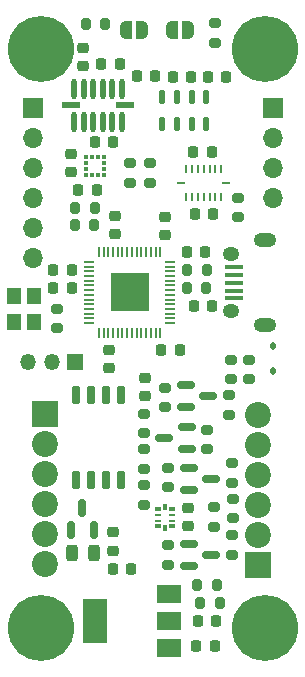
<source format=gbr>
%TF.GenerationSoftware,KiCad,Pcbnew,7.0.5*%
%TF.CreationDate,2023-12-16T01:16:07-08:00*%
%TF.ProjectId,Lyrav3,4c797261-7633-42e6-9b69-6361645f7063,rev?*%
%TF.SameCoordinates,Original*%
%TF.FileFunction,Soldermask,Bot*%
%TF.FilePolarity,Negative*%
%FSLAX46Y46*%
G04 Gerber Fmt 4.6, Leading zero omitted, Abs format (unit mm)*
G04 Created by KiCad (PCBNEW 7.0.5) date 2023-12-16 01:16:07*
%MOMM*%
%LPD*%
G01*
G04 APERTURE LIST*
G04 Aperture macros list*
%AMRoundRect*
0 Rectangle with rounded corners*
0 $1 Rounding radius*
0 $2 $3 $4 $5 $6 $7 $8 $9 X,Y pos of 4 corners*
0 Add a 4 corners polygon primitive as box body*
4,1,4,$2,$3,$4,$5,$6,$7,$8,$9,$2,$3,0*
0 Add four circle primitives for the rounded corners*
1,1,$1+$1,$2,$3*
1,1,$1+$1,$4,$5*
1,1,$1+$1,$6,$7*
1,1,$1+$1,$8,$9*
0 Add four rect primitives between the rounded corners*
20,1,$1+$1,$2,$3,$4,$5,0*
20,1,$1+$1,$4,$5,$6,$7,0*
20,1,$1+$1,$6,$7,$8,$9,0*
20,1,$1+$1,$8,$9,$2,$3,0*%
%AMFreePoly0*
4,1,19,0.500000,-0.750000,0.000000,-0.750000,0.000000,-0.744911,-0.071157,-0.744911,-0.207708,-0.704816,-0.327430,-0.627875,-0.420627,-0.520320,-0.479746,-0.390866,-0.500000,-0.250000,-0.500000,0.250000,-0.479746,0.390866,-0.420627,0.520320,-0.327430,0.627875,-0.207708,0.704816,-0.071157,0.744911,0.000000,0.744911,0.000000,0.750000,0.500000,0.750000,0.500000,-0.750000,0.500000,-0.750000,
$1*%
%AMFreePoly1*
4,1,19,0.000000,0.744911,0.071157,0.744911,0.207708,0.704816,0.327430,0.627875,0.420627,0.520320,0.479746,0.390866,0.500000,0.250000,0.500000,-0.250000,0.479746,-0.390866,0.420627,-0.520320,0.327430,-0.627875,0.207708,-0.704816,0.071157,-0.744911,0.000000,-0.744911,0.000000,-0.750000,-0.500000,-0.750000,-0.500000,0.750000,0.000000,0.750000,0.000000,0.744911,0.000000,0.744911,
$1*%
G04 Aperture macros list end*
%ADD10C,5.600000*%
%ADD11R,1.700000X1.700000*%
%ADD12O,1.700000X1.700000*%
%ADD13R,2.200000X2.200000*%
%ADD14C,2.200000*%
%ADD15RoundRect,0.112500X0.112500X-0.187500X0.112500X0.187500X-0.112500X0.187500X-0.112500X-0.187500X0*%
%ADD16R,0.350000X0.375000*%
%ADD17R,0.375000X0.350000*%
%ADD18RoundRect,0.225000X-0.225000X-0.250000X0.225000X-0.250000X0.225000X0.250000X-0.225000X0.250000X0*%
%ADD19RoundRect,0.200000X-0.200000X-0.275000X0.200000X-0.275000X0.200000X0.275000X-0.200000X0.275000X0*%
%ADD20RoundRect,0.225000X0.250000X-0.225000X0.250000X0.225000X-0.250000X0.225000X-0.250000X-0.225000X0*%
%ADD21RoundRect,0.200000X-0.275000X0.200000X-0.275000X-0.200000X0.275000X-0.200000X0.275000X0.200000X0*%
%ADD22R,1.350000X1.350000*%
%ADD23O,1.350000X1.350000*%
%ADD24RoundRect,0.225000X0.225000X0.250000X-0.225000X0.250000X-0.225000X-0.250000X0.225000X-0.250000X0*%
%ADD25RoundRect,0.050000X0.050000X-0.387500X0.050000X0.387500X-0.050000X0.387500X-0.050000X-0.387500X0*%
%ADD26RoundRect,0.050000X0.387500X-0.050000X0.387500X0.050000X-0.387500X0.050000X-0.387500X-0.050000X0*%
%ADD27R,3.200000X3.200000*%
%ADD28RoundRect,0.150000X-0.587500X-0.150000X0.587500X-0.150000X0.587500X0.150000X-0.587500X0.150000X0*%
%ADD29RoundRect,0.150000X0.150000X-0.587500X0.150000X0.587500X-0.150000X0.587500X-0.150000X-0.587500X0*%
%ADD30RoundRect,0.200000X0.275000X-0.200000X0.275000X0.200000X-0.275000X0.200000X-0.275000X-0.200000X0*%
%ADD31R,1.200000X1.400000*%
%ADD32RoundRect,0.150000X0.150000X-0.650000X0.150000X0.650000X-0.150000X0.650000X-0.150000X-0.650000X0*%
%ADD33RoundRect,0.200000X0.200000X0.275000X-0.200000X0.275000X-0.200000X-0.275000X0.200000X-0.275000X0*%
%ADD34R,2.000000X1.500000*%
%ADD35R,2.000000X3.800000*%
%ADD36RoundRect,0.225000X-0.250000X0.225000X-0.250000X-0.225000X0.250000X-0.225000X0.250000X0.225000X0*%
%ADD37R,1.600000X0.400000*%
%ADD38O,1.400000X1.200000*%
%ADD39O,1.900000X1.200000*%
%ADD40FreePoly0,0.000000*%
%ADD41FreePoly1,0.000000*%
%ADD42RoundRect,0.243750X-0.243750X-0.456250X0.243750X-0.456250X0.243750X0.456250X-0.243750X0.456250X0*%
%ADD43R,0.250000X0.800000*%
%ADD44R,0.800000X0.250000*%
%ADD45O,0.450000X1.770000*%
%ADD46R,1.550000X0.600000*%
%ADD47RoundRect,0.150000X0.587500X0.150000X-0.587500X0.150000X-0.587500X-0.150000X0.587500X-0.150000X0*%
%ADD48R,0.580000X0.300000*%
%ADD49R,0.580000X0.250000*%
%ADD50R,0.350000X0.630000*%
%ADD51RoundRect,0.125000X-0.125000X0.475000X-0.125000X-0.475000X0.125000X-0.475000X0.125000X0.475000X0*%
G04 APERTURE END LIST*
D10*
%TO.C,H3*%
X186600000Y-116025000D03*
%TD*%
D11*
%TO.C,J8*%
X206248000Y-72009000D03*
D12*
X206248000Y-74549000D03*
X206248000Y-77089000D03*
X206248000Y-79629000D03*
%TD*%
D10*
%TO.C,H1*%
X186600000Y-67025000D03*
%TD*%
%TO.C,H2*%
X205600000Y-67025000D03*
%TD*%
%TO.C,H4*%
X205600000Y-116025000D03*
%TD*%
D13*
%TO.C,J2*%
X186944000Y-97917000D03*
D14*
X186944000Y-100457000D03*
X186944000Y-102997000D03*
X186944000Y-105537000D03*
X186944000Y-108077000D03*
X186944000Y-110617000D03*
%TD*%
D13*
%TO.C,J9*%
X204978000Y-110744000D03*
D14*
X204978000Y-108204000D03*
X204978000Y-105664000D03*
X204978000Y-103124000D03*
X204978000Y-100584000D03*
X204978000Y-98044000D03*
%TD*%
D11*
%TO.C,J6*%
X185928000Y-71999000D03*
D12*
X185928000Y-74539000D03*
X185928000Y-77079000D03*
X185928000Y-79619000D03*
X185928000Y-82159000D03*
X185928000Y-84699000D03*
%TD*%
D15*
%TO.C,D3*%
X206248000Y-94268000D03*
X206248000Y-92168000D03*
%TD*%
D16*
%TO.C,U5*%
X191931800Y-77673700D03*
X191431800Y-77673700D03*
X190931800Y-77673700D03*
X190431800Y-77673700D03*
D17*
X190419300Y-77161200D03*
X190419300Y-76661200D03*
D16*
X190431800Y-76148700D03*
X190931800Y-76148700D03*
X191431800Y-76148700D03*
X191931800Y-76148700D03*
D17*
X191944300Y-76661200D03*
X191944300Y-77161200D03*
%TD*%
D18*
%TO.C,C22*%
X196786200Y-92506800D03*
X198336200Y-92506800D03*
%TD*%
D19*
%TO.C,R18*%
X198983100Y-85768800D03*
X200633100Y-85768800D03*
%TD*%
D20*
%TO.C,C11*%
X190135200Y-68494101D03*
X190135200Y-66944101D03*
%TD*%
D21*
%TO.C,R17*%
X197104000Y-95695000D03*
X197104000Y-97345000D03*
%TD*%
D22*
%TO.C,J5*%
X189502800Y-93522800D03*
D23*
X187502800Y-93522800D03*
X185502800Y-93522800D03*
%TD*%
D21*
%TO.C,R6*%
X195799400Y-76710702D03*
X195799400Y-78360702D03*
%TD*%
D24*
%TO.C,C10*%
X193256200Y-68326000D03*
X191706200Y-68326000D03*
%TD*%
D25*
%TO.C,U8*%
X196705900Y-91073300D03*
X196305900Y-91073300D03*
X195905900Y-91073300D03*
X195505900Y-91073300D03*
X195105900Y-91073300D03*
X194705900Y-91073300D03*
X194305900Y-91073300D03*
X193905900Y-91073300D03*
X193505900Y-91073300D03*
X193105900Y-91073300D03*
X192705900Y-91073300D03*
X192305900Y-91073300D03*
X191905900Y-91073300D03*
X191505900Y-91073300D03*
D26*
X190668400Y-90235800D03*
X190668400Y-89835800D03*
X190668400Y-89435800D03*
X190668400Y-89035800D03*
X190668400Y-88635800D03*
X190668400Y-88235800D03*
X190668400Y-87835800D03*
X190668400Y-87435800D03*
X190668400Y-87035800D03*
X190668400Y-86635800D03*
X190668400Y-86235800D03*
X190668400Y-85835800D03*
X190668400Y-85435800D03*
X190668400Y-85035800D03*
D25*
X191505900Y-84198300D03*
X191905900Y-84198300D03*
X192305900Y-84198300D03*
X192705900Y-84198300D03*
X193105900Y-84198300D03*
X193505900Y-84198300D03*
X193905900Y-84198300D03*
X194305900Y-84198300D03*
X194705900Y-84198300D03*
X195105900Y-84198300D03*
X195505900Y-84198300D03*
X195905900Y-84198300D03*
X196305900Y-84198300D03*
X196705900Y-84198300D03*
D26*
X197543400Y-85035800D03*
X197543400Y-85435800D03*
X197543400Y-85835800D03*
X197543400Y-86235800D03*
X197543400Y-86635800D03*
X197543400Y-87035800D03*
X197543400Y-87435800D03*
X197543400Y-87835800D03*
X197543400Y-88235800D03*
X197543400Y-88635800D03*
X197543400Y-89035800D03*
X197543400Y-89435800D03*
X197543400Y-89835800D03*
X197543400Y-90235800D03*
D27*
X194105900Y-87635800D03*
%TD*%
D28*
%TO.C,Q2*%
X199136000Y-104394000D03*
X199136000Y-102494000D03*
X201011000Y-103444000D03*
%TD*%
D18*
%TO.C,C17*%
X199529400Y-88798400D03*
X201079400Y-88798400D03*
%TD*%
D29*
%TO.C,Q1*%
X191069000Y-107769900D03*
X189169000Y-107769900D03*
X190119000Y-105894900D03*
%TD*%
D18*
%TO.C,C14*%
X189775800Y-78943200D03*
X191325800Y-78943200D03*
%TD*%
D30*
%TO.C,R27*%
X200660000Y-100901000D03*
X200660000Y-99251000D03*
%TD*%
D21*
%TO.C,R16*%
X197358000Y-109016800D03*
X197358000Y-110666800D03*
%TD*%
D31*
%TO.C,X1*%
X184353100Y-90145400D03*
X184353100Y-87945400D03*
X186053100Y-87945400D03*
X186053100Y-90145400D03*
%TD*%
D32*
%TO.C,U9*%
X193421000Y-103530400D03*
X192151000Y-103530400D03*
X190881000Y-103530400D03*
X189611000Y-103530400D03*
X189611000Y-96330400D03*
X190881000Y-96330400D03*
X192151000Y-96330400D03*
X193421000Y-96330400D03*
%TD*%
D18*
%TO.C,C6*%
X199885000Y-115443000D03*
X201435000Y-115443000D03*
%TD*%
D21*
%TO.C,R7*%
X194148400Y-76710701D03*
X194148400Y-78360701D03*
%TD*%
D20*
%TO.C,C12*%
X189149800Y-77445200D03*
X189149800Y-75895200D03*
%TD*%
D21*
%TO.C,R19*%
X202819000Y-102109000D03*
X202819000Y-103759000D03*
%TD*%
D18*
%TO.C,C1*%
X199631000Y-81026000D03*
X201181000Y-81026000D03*
%TD*%
D20*
%TO.C,C21*%
X197104000Y-82766200D03*
X197104000Y-81216200D03*
%TD*%
D33*
%TO.C,R15*%
X200607700Y-87292800D03*
X198957700Y-87292800D03*
%TD*%
D21*
%TO.C,R2*%
X187920900Y-89007800D03*
X187920900Y-90657800D03*
%TD*%
D34*
%TO.C,U1*%
X197460000Y-113143000D03*
X197460000Y-115443000D03*
X197460000Y-117743000D03*
D35*
X191160000Y-115443000D03*
%TD*%
D24*
%TO.C,C2*%
X201044800Y-75745501D03*
X199494800Y-75745501D03*
%TD*%
D18*
%TO.C,C5*%
X199758000Y-117602000D03*
X201308000Y-117602000D03*
%TD*%
%TO.C,C7*%
X192671400Y-111048800D03*
X194221400Y-111048800D03*
%TD*%
D36*
%TO.C,C15*%
X199085200Y-105854200D03*
X199085200Y-107404200D03*
%TD*%
D37*
%TO.C,J7*%
X202965200Y-85517200D03*
X202965200Y-86167200D03*
X202965200Y-86817200D03*
X202965200Y-87467200D03*
X202955200Y-88117200D03*
D38*
X202715200Y-89237200D03*
X202715200Y-84397200D03*
D39*
X205615200Y-83217200D03*
X205615200Y-90417200D03*
%TD*%
D20*
%TO.C,C8*%
X192684400Y-109487000D03*
X192684400Y-107937000D03*
%TD*%
D36*
%TO.C,C23*%
X192379600Y-92493800D03*
X192379600Y-94043800D03*
%TD*%
D19*
%TO.C,R1*%
X190414313Y-64897000D03*
X192064313Y-64897000D03*
%TD*%
D24*
%TO.C,C13*%
X192718800Y-74879200D03*
X191168800Y-74879200D03*
%TD*%
D28*
%TO.C,Q3*%
X199166000Y-110805000D03*
X199166000Y-108905000D03*
X201041000Y-109855000D03*
%TD*%
D21*
%TO.C,R25*%
X195326000Y-103950000D03*
X195326000Y-105600000D03*
%TD*%
D18*
%TO.C,C25*%
X198956900Y-84244800D03*
X200506900Y-84244800D03*
%TD*%
D40*
%TO.C,J4*%
X197724000Y-65405000D03*
D41*
X199024000Y-65405000D03*
%TD*%
D19*
%TO.C,R12*%
X200089000Y-113919000D03*
X201739000Y-113919000D03*
%TD*%
D33*
%TO.C,R10*%
X201485000Y-112395000D03*
X199835000Y-112395000D03*
%TD*%
D21*
%TO.C,R21*%
X202844400Y-105093000D03*
X202844400Y-106743000D03*
%TD*%
D42*
%TO.C,F1*%
X189206900Y-109728000D03*
X191081900Y-109728000D03*
%TD*%
D21*
%TO.C,R3*%
X203327000Y-79629000D03*
X203327000Y-81279000D03*
%TD*%
%TO.C,R23*%
X195326000Y-100902000D03*
X195326000Y-102552000D03*
%TD*%
D43*
%TO.C,U2*%
X201877600Y-77137701D03*
X201377600Y-77137701D03*
X200877600Y-77137701D03*
X200377600Y-77137701D03*
X199877600Y-77137701D03*
X199377600Y-77137701D03*
X198877600Y-77137701D03*
D44*
X198467600Y-78337701D03*
D43*
X198877600Y-79537701D03*
X199377600Y-79537701D03*
X199877600Y-79537701D03*
X200377600Y-79537701D03*
X200877600Y-79537701D03*
X201377600Y-79537701D03*
X201877600Y-79537701D03*
D44*
X202287600Y-78337701D03*
%TD*%
D21*
%TO.C,R24*%
X201269600Y-105804200D03*
X201269600Y-107454200D03*
%TD*%
D45*
%TO.C,U4*%
X189443714Y-70389101D03*
X190243714Y-70389101D03*
X191043714Y-70389101D03*
X191843714Y-70389101D03*
X192643714Y-70389101D03*
X193443714Y-70389101D03*
D46*
X193743714Y-71799101D03*
D45*
X193443714Y-73209101D03*
X192643714Y-73209101D03*
X191843714Y-73209101D03*
X191043714Y-73209101D03*
X190243714Y-73209101D03*
X189443714Y-73209101D03*
D46*
X189143714Y-71799101D03*
%TD*%
D40*
%TO.C,J3*%
X193816999Y-65405000D03*
D41*
X195116999Y-65405000D03*
%TD*%
D33*
%TO.C,R5*%
X191117800Y-81963099D03*
X189467800Y-81963099D03*
%TD*%
D30*
%TO.C,R9*%
X202565000Y-97980000D03*
X202565000Y-96330000D03*
%TD*%
D19*
%TO.C,R4*%
X189493200Y-80493100D03*
X191143200Y-80493100D03*
%TD*%
D18*
%TO.C,C9*%
X197742200Y-69395501D03*
X199292200Y-69395501D03*
%TD*%
D21*
%TO.C,R20*%
X195326000Y-97918000D03*
X195326000Y-99568000D03*
%TD*%
D30*
%TO.C,R14*%
X201371200Y-66497200D03*
X201371200Y-64847200D03*
%TD*%
D47*
%TO.C,Q5*%
X198930500Y-98999000D03*
X198930500Y-100899000D03*
X197055500Y-99949000D03*
%TD*%
D24*
%TO.C,C16*%
X189192200Y-85768800D03*
X187642200Y-85768800D03*
%TD*%
D48*
%TO.C,U6*%
X197739000Y-105942000D03*
D49*
X197739000Y-106442000D03*
X197739000Y-106942000D03*
D48*
X197739000Y-107442000D03*
D50*
X197109000Y-107552000D03*
D48*
X196479000Y-107442000D03*
D49*
X196479000Y-106942000D03*
X196479000Y-106442000D03*
D48*
X196479000Y-105942000D03*
D50*
X197109000Y-105832000D03*
%TD*%
D21*
%TO.C,R26*%
X197358000Y-102490000D03*
X197358000Y-104140000D03*
%TD*%
D24*
%TO.C,C24*%
X189203900Y-87292800D03*
X187653900Y-87292800D03*
%TD*%
D18*
%TO.C,C4*%
X200748600Y-69392800D03*
X202298600Y-69392800D03*
%TD*%
D28*
%TO.C,Q4*%
X198912000Y-97343000D03*
X198912000Y-95443000D03*
X200787000Y-96393000D03*
%TD*%
D51*
%TO.C,U3*%
X196860800Y-71071901D03*
X198110800Y-71071901D03*
X199360800Y-71071901D03*
X200610800Y-71071901D03*
X200610800Y-73371901D03*
X199360800Y-73371901D03*
X198110800Y-73371901D03*
X196860800Y-73371901D03*
%TD*%
D21*
%TO.C,R8*%
X202819000Y-108205000D03*
X202819000Y-109855000D03*
%TD*%
D20*
%TO.C,C27*%
X195376800Y-96418400D03*
X195376800Y-94868400D03*
%TD*%
%TO.C,C26*%
X192836800Y-82715400D03*
X192836800Y-81165400D03*
%TD*%
D24*
%TO.C,C3*%
X196253400Y-69342000D03*
X194703400Y-69342000D03*
%TD*%
D21*
%TO.C,R13*%
X204216000Y-93346000D03*
X204216000Y-94996000D03*
%TD*%
D30*
%TO.C,R11*%
X202692000Y-94996000D03*
X202692000Y-93346000D03*
%TD*%
M02*

</source>
